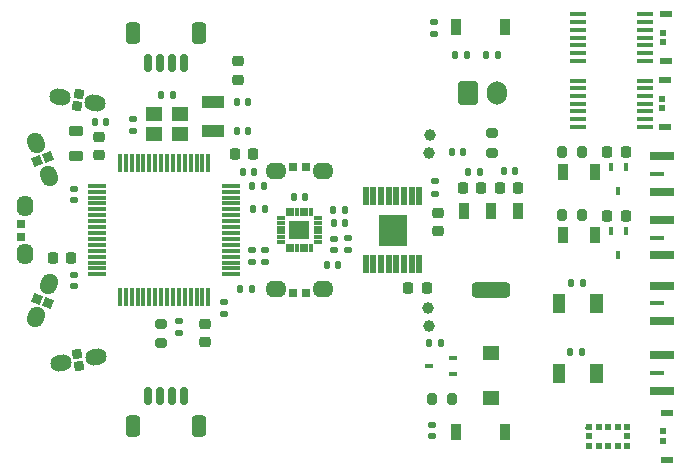
<source format=gbr>
%TF.GenerationSoftware,KiCad,Pcbnew,6.0.11-2627ca5db0~126~ubuntu22.04.1*%
%TF.CreationDate,2023-03-12T15:28:39+05:30*%
%TF.ProjectId,mushak_pcb,6d757368-616b-45f7-9063-622e6b696361,rev?*%
%TF.SameCoordinates,Original*%
%TF.FileFunction,Soldermask,Top*%
%TF.FilePolarity,Negative*%
%FSLAX46Y46*%
G04 Gerber Fmt 4.6, Leading zero omitted, Abs format (unit mm)*
G04 Created by KiCad (PCBNEW 6.0.11-2627ca5db0~126~ubuntu22.04.1) date 2023-03-12 15:28:39*
%MOMM*%
%LPD*%
G01*
G04 APERTURE LIST*
G04 Aperture macros list*
%AMRoundRect*
0 Rectangle with rounded corners*
0 $1 Rounding radius*
0 $2 $3 $4 $5 $6 $7 $8 $9 X,Y pos of 4 corners*
0 Add a 4 corners polygon primitive as box body*
4,1,4,$2,$3,$4,$5,$6,$7,$8,$9,$2,$3,0*
0 Add four circle primitives for the rounded corners*
1,1,$1+$1,$2,$3*
1,1,$1+$1,$4,$5*
1,1,$1+$1,$6,$7*
1,1,$1+$1,$8,$9*
0 Add four rect primitives between the rounded corners*
20,1,$1+$1,$2,$3,$4,$5,0*
20,1,$1+$1,$4,$5,$6,$7,0*
20,1,$1+$1,$6,$7,$8,$9,0*
20,1,$1+$1,$8,$9,$2,$3,0*%
%AMHorizOval*
0 Thick line with rounded ends*
0 $1 width*
0 $2 $3 position (X,Y) of the first rounded end (center of the circle)*
0 $4 $5 position (X,Y) of the second rounded end (center of the circle)*
0 Add line between two ends*
20,1,$1,$2,$3,$4,$5,0*
0 Add two circle primitives to create the rounded ends*
1,1,$1,$2,$3*
1,1,$1,$4,$5*%
%AMRotRect*
0 Rectangle, with rotation*
0 The origin of the aperture is its center*
0 $1 length*
0 $2 width*
0 $3 Rotation angle, in degrees counterclockwise*
0 Add horizontal line*
21,1,$1,$2,0,0,$3*%
G04 Aperture macros list end*
%ADD10C,0.010000*%
%ADD11RoundRect,0.135000X0.135000X0.185000X-0.135000X0.185000X-0.135000X-0.185000X0.135000X-0.185000X0*%
%ADD12R,1.000000X0.500000*%
%ADD13R,0.600000X0.500000*%
%ADD14RoundRect,0.225000X-0.225000X-0.250000X0.225000X-0.250000X0.225000X0.250000X-0.225000X0.250000X0*%
%ADD15RoundRect,0.140000X0.140000X0.170000X-0.140000X0.170000X-0.140000X-0.170000X0.140000X-0.170000X0*%
%ADD16RoundRect,0.225000X-0.250000X0.225000X-0.250000X-0.225000X0.250000X-0.225000X0.250000X0.225000X0*%
%ADD17O,1.800000X1.400000*%
%ADD18R,0.800000X0.700000*%
%ADD19R,2.000000X0.800000*%
%ADD20R,1.200000X0.400000*%
%ADD21R,1.900000X1.100000*%
%ADD22HorizOval,1.400000X-0.196962X0.034730X0.196962X-0.034730X0*%
%ADD23RotRect,0.800000X0.800000X260.000000*%
%ADD24RoundRect,0.200000X-0.200000X-0.275000X0.200000X-0.275000X0.200000X0.275000X-0.200000X0.275000X0*%
%ADD25RoundRect,0.135000X-0.185000X0.135000X-0.185000X-0.135000X0.185000X-0.135000X0.185000X0.135000X0*%
%ADD26R,0.950000X1.400000*%
%ADD27RoundRect,0.140000X-0.170000X0.140000X-0.170000X-0.140000X0.170000X-0.140000X0.170000X0.140000X0*%
%ADD28R,0.700000X0.450000*%
%ADD29RoundRect,0.140000X0.170000X-0.140000X0.170000X0.140000X-0.170000X0.140000X-0.170000X-0.140000X0*%
%ADD30R,0.450000X0.700000*%
%ADD31RoundRect,0.135000X-0.135000X-0.185000X0.135000X-0.185000X0.135000X0.185000X-0.135000X0.185000X0*%
%ADD32RoundRect,0.147500X0.172500X-0.147500X0.172500X0.147500X-0.172500X0.147500X-0.172500X-0.147500X0*%
%ADD33RoundRect,0.140000X-0.140000X-0.170000X0.140000X-0.170000X0.140000X0.170000X-0.140000X0.170000X0*%
%ADD34RoundRect,0.150000X-0.150000X-0.625000X0.150000X-0.625000X0.150000X0.625000X-0.150000X0.625000X0*%
%ADD35RoundRect,0.250000X-0.350000X-0.650000X0.350000X-0.650000X0.350000X0.650000X-0.350000X0.650000X0*%
%ADD36R,1.470000X0.410000*%
%ADD37RoundRect,0.075000X-0.075000X0.700000X-0.075000X-0.700000X0.075000X-0.700000X0.075000X0.700000X0*%
%ADD38RoundRect,0.075000X-0.700000X0.075000X-0.700000X-0.075000X0.700000X-0.075000X0.700000X0.075000X0*%
%ADD39R,0.900000X1.400000*%
%ADD40R,0.500000X0.500000*%
%ADD41R,0.080000X0.250000*%
%ADD42RoundRect,0.006600X0.103400X-0.313400X0.103400X0.313400X-0.103400X0.313400X-0.103400X-0.313400X0*%
%ADD43RoundRect,0.006600X0.313400X0.103400X-0.313400X0.103400X-0.313400X-0.103400X0.313400X-0.103400X0*%
%ADD44R,1.700000X1.540000*%
%ADD45RoundRect,0.200000X-0.275000X0.200000X-0.275000X-0.200000X0.275000X-0.200000X0.275000X0.200000X0*%
%ADD46RoundRect,0.225000X0.225000X0.250000X-0.225000X0.250000X-0.225000X-0.250000X0.225000X-0.250000X0*%
%ADD47RoundRect,0.065100X-0.399900X0.589900X-0.399900X-0.589900X0.399900X-0.589900X0.399900X0.589900X0*%
%ADD48RoundRect,0.314400X-1.305600X0.340600X-1.305600X-0.340600X1.305600X-0.340600X1.305600X0.340600X0*%
%ADD49RoundRect,0.135000X0.185000X-0.135000X0.185000X0.135000X-0.185000X0.135000X-0.185000X-0.135000X0*%
%ADD50RoundRect,0.250000X-0.600000X-0.750000X0.600000X-0.750000X0.600000X0.750000X-0.600000X0.750000X0*%
%ADD51O,1.700000X2.000000*%
%ADD52R,1.410000X1.260000*%
%ADD53O,1.400000X1.800000*%
%ADD54R,0.700000X0.800000*%
%ADD55RoundRect,0.218750X0.381250X-0.218750X0.381250X0.218750X-0.381250X0.218750X-0.381250X-0.218750X0*%
%ADD56RoundRect,0.147500X0.147500X0.172500X-0.147500X0.172500X-0.147500X-0.172500X0.147500X-0.172500X0*%
%ADD57RoundRect,0.200000X0.275000X-0.200000X0.275000X0.200000X-0.275000X0.200000X-0.275000X-0.200000X0*%
%ADD58R,1.400000X1.200000*%
%ADD59C,1.000000*%
%ADD60RoundRect,0.027000X-0.198000X0.723000X-0.198000X-0.723000X0.198000X-0.723000X0.198000X0.723000X0*%
%ADD61HorizOval,1.400000X-0.073300X0.186084X0.073300X-0.186084X0*%
%ADD62RotRect,0.800000X0.800000X201.500000*%
%ADD63RoundRect,0.150000X0.150000X0.625000X-0.150000X0.625000X-0.150000X-0.625000X0.150000X-0.625000X0*%
%ADD64RoundRect,0.250000X0.350000X0.650000X-0.350000X0.650000X-0.350000X-0.650000X0.350000X-0.650000X0*%
%ADD65HorizOval,1.400000X-0.196962X-0.034730X0.196962X0.034730X0*%
%ADD66RotRect,0.800000X0.800000X280.000000*%
%ADD67HorizOval,1.400000X-0.073300X-0.186084X0.073300X0.186084X0*%
%ADD68RotRect,0.800000X0.800000X338.500000*%
G04 APERTURE END LIST*
%TO.C,A4*%
G36*
X199650000Y-109850000D02*
G01*
X198650000Y-109850000D01*
X198650000Y-108350000D01*
X199650000Y-108350000D01*
X199650000Y-109850000D01*
G37*
D10*
X199650000Y-109850000D02*
X198650000Y-109850000D01*
X198650000Y-108350000D01*
X199650000Y-108350000D01*
X199650000Y-109850000D01*
G36*
X196450000Y-109850000D02*
G01*
X195450000Y-109850000D01*
X195450000Y-108350000D01*
X196450000Y-108350000D01*
X196450000Y-109850000D01*
G37*
X196450000Y-109850000D02*
X195450000Y-109850000D01*
X195450000Y-108350000D01*
X196450000Y-108350000D01*
X196450000Y-109850000D01*
%TO.C,A3*%
G36*
X196450000Y-103950000D02*
G01*
X195450000Y-103950000D01*
X195450000Y-102450000D01*
X196450000Y-102450000D01*
X196450000Y-103950000D01*
G37*
X196450000Y-103950000D02*
X195450000Y-103950000D01*
X195450000Y-102450000D01*
X196450000Y-102450000D01*
X196450000Y-103950000D01*
G36*
X199650000Y-103950000D02*
G01*
X198650000Y-103950000D01*
X198650000Y-102450000D01*
X199650000Y-102450000D01*
X199650000Y-103950000D01*
G37*
X199650000Y-103950000D02*
X198650000Y-103950000D01*
X198650000Y-102450000D01*
X199650000Y-102450000D01*
X199650000Y-103950000D01*
%TO.C,U3*%
G36*
X183055000Y-98230000D02*
G01*
X180745000Y-98230000D01*
X180745000Y-95770000D01*
X183055000Y-95770000D01*
X183055000Y-98230000D01*
G37*
X183055000Y-98230000D02*
X180745000Y-98230000D01*
X180745000Y-95770000D01*
X183055000Y-95770000D01*
X183055000Y-98230000D01*
%TD*%
D11*
%TO.C,R26*%
X171110000Y-95250000D03*
X170090000Y-95250000D03*
%TD*%
D12*
%TO.C,J4*%
X205000000Y-88300000D03*
D13*
X204700000Y-86700000D03*
X204700000Y-85900000D03*
D12*
X205000000Y-84300000D03*
%TD*%
D14*
%TO.C,C6*%
X200075000Y-95800000D03*
X201625000Y-95800000D03*
%TD*%
D15*
%TO.C,C11*%
X163280000Y-85600000D03*
X162320000Y-85600000D03*
%TD*%
D16*
%TO.C,C2*%
X166000000Y-104925000D03*
X166000000Y-106475000D03*
%TD*%
D17*
%TO.C,J11*%
X176000000Y-92000000D03*
D18*
X174550000Y-91650000D03*
X173450000Y-91650000D03*
D17*
X172000000Y-92000000D03*
%TD*%
D19*
%TO.C,J8*%
X204700000Y-104700000D03*
D20*
X204300000Y-103200000D03*
D19*
X204700000Y-101700000D03*
%TD*%
D21*
%TO.C,Y2*%
X166700000Y-88650000D03*
X166700000Y-86150000D03*
%TD*%
D22*
%TO.C,J16*%
X153772788Y-85739528D03*
D23*
X155163176Y-86492404D03*
X155336824Y-85507596D03*
D22*
X156727212Y-86260472D03*
%TD*%
D24*
%TO.C,R12*%
X196275000Y-95750000D03*
X197925000Y-95750000D03*
%TD*%
D25*
%TO.C,R20*%
X178100000Y-97690000D03*
X178100000Y-98710000D03*
%TD*%
D26*
%TO.C,SW2*%
X187225000Y-114100000D03*
X191375000Y-114100000D03*
%TD*%
D19*
%TO.C,J7*%
X204700000Y-99150000D03*
D20*
X204300000Y-97650000D03*
D19*
X204700000Y-96150000D03*
%TD*%
D27*
%TO.C,C9*%
X154900000Y-100820000D03*
X154900000Y-101780000D03*
%TD*%
D14*
%TO.C,C8*%
X187825000Y-93450000D03*
X189375000Y-93450000D03*
%TD*%
D17*
%TO.C,J13*%
X172000000Y-102000000D03*
D18*
X173450000Y-102350000D03*
X174550000Y-102350000D03*
D17*
X176000000Y-102000000D03*
%TD*%
D28*
%TO.C,Q1*%
X187000000Y-109150000D03*
X187000000Y-107850000D03*
X185000000Y-108500000D03*
%TD*%
D29*
%TO.C,C15*%
X159900000Y-88580000D03*
X159900000Y-87620000D03*
%TD*%
D16*
%TO.C,C19*%
X157000000Y-89125000D03*
X157000000Y-90675000D03*
%TD*%
D30*
%TO.C,Q3*%
X201650000Y-97100000D03*
X200350000Y-97100000D03*
X201000000Y-99100000D03*
%TD*%
D31*
%TO.C,R3*%
X189790000Y-82200000D03*
X190810000Y-82200000D03*
%TD*%
D11*
%TO.C,R2*%
X188210000Y-82200000D03*
X187190000Y-82200000D03*
%TD*%
D27*
%TO.C,C10*%
X167600000Y-103120000D03*
X167600000Y-104080000D03*
%TD*%
D32*
%TO.C,D6*%
X163800000Y-105685000D03*
X163800000Y-104715000D03*
%TD*%
D15*
%TO.C,C32*%
X177880000Y-96400000D03*
X176920000Y-96400000D03*
%TD*%
D19*
%TO.C,J6*%
X204700000Y-93750000D03*
D20*
X204300000Y-92250000D03*
D19*
X204700000Y-90750000D03*
%TD*%
D33*
%TO.C,C16*%
X169220000Y-92100000D03*
X170180000Y-92100000D03*
%TD*%
D34*
%TO.C,J3*%
X161200000Y-82825000D03*
X162200000Y-82825000D03*
X163200000Y-82825000D03*
X164200000Y-82825000D03*
D35*
X165500000Y-80300000D03*
X159900000Y-80300000D03*
%TD*%
D25*
%TO.C,R17*%
X170000000Y-98690000D03*
X170000000Y-99710000D03*
%TD*%
D30*
%TO.C,Q2*%
X201650000Y-91700000D03*
X200350000Y-91700000D03*
X201000000Y-93700000D03*
%TD*%
D24*
%TO.C,R7*%
X196275000Y-90400000D03*
X197925000Y-90400000D03*
%TD*%
D36*
%TO.C,U7*%
X203295000Y-82650000D03*
X203295000Y-82000000D03*
X203295000Y-81350000D03*
X203295000Y-80700000D03*
X203295000Y-80050000D03*
X203295000Y-79400000D03*
X203295000Y-78750000D03*
X197555000Y-78750000D03*
X197555000Y-79400000D03*
X197555000Y-80050000D03*
X197555000Y-80700000D03*
X197555000Y-81350000D03*
X197555000Y-82000000D03*
X197555000Y-82650000D03*
%TD*%
D29*
%TO.C,C3*%
X185400000Y-80380000D03*
X185400000Y-79420000D03*
%TD*%
D37*
%TO.C,U6*%
X166300000Y-91325000D03*
X165800000Y-91325000D03*
X165300000Y-91325000D03*
X164800000Y-91325000D03*
X164300000Y-91325000D03*
X163800000Y-91325000D03*
X163300000Y-91325000D03*
X162800000Y-91325000D03*
X162300000Y-91325000D03*
X161800000Y-91325000D03*
X161300000Y-91325000D03*
X160800000Y-91325000D03*
X160300000Y-91325000D03*
X159800000Y-91325000D03*
X159300000Y-91325000D03*
X158800000Y-91325000D03*
D38*
X156875000Y-93250000D03*
X156875000Y-93750000D03*
X156875000Y-94250000D03*
X156875000Y-94750000D03*
X156875000Y-95250000D03*
X156875000Y-95750000D03*
X156875000Y-96250000D03*
X156875000Y-96750000D03*
X156875000Y-97250000D03*
X156875000Y-97750000D03*
X156875000Y-98250000D03*
X156875000Y-98750000D03*
X156875000Y-99250000D03*
X156875000Y-99750000D03*
X156875000Y-100250000D03*
X156875000Y-100750000D03*
D37*
X158800000Y-102675000D03*
X159300000Y-102675000D03*
X159800000Y-102675000D03*
X160300000Y-102675000D03*
X160800000Y-102675000D03*
X161300000Y-102675000D03*
X161800000Y-102675000D03*
X162300000Y-102675000D03*
X162800000Y-102675000D03*
X163300000Y-102675000D03*
X163800000Y-102675000D03*
X164300000Y-102675000D03*
X164800000Y-102675000D03*
X165300000Y-102675000D03*
X165800000Y-102675000D03*
X166300000Y-102675000D03*
D38*
X168225000Y-100750000D03*
X168225000Y-100250000D03*
X168225000Y-99750000D03*
X168225000Y-99250000D03*
X168225000Y-98750000D03*
X168225000Y-98250000D03*
X168225000Y-97750000D03*
X168225000Y-97250000D03*
X168225000Y-96750000D03*
X168225000Y-96250000D03*
X168225000Y-95750000D03*
X168225000Y-95250000D03*
X168225000Y-94750000D03*
X168225000Y-94250000D03*
X168225000Y-93750000D03*
X168225000Y-93250000D03*
%TD*%
D39*
%TO.C,D2*%
X196300000Y-92100000D03*
X199000000Y-92100000D03*
%TD*%
D33*
%TO.C,C21*%
X168700000Y-86150000D03*
X169660000Y-86150000D03*
%TD*%
%TO.C,C14*%
X170020000Y-93300000D03*
X170980000Y-93300000D03*
%TD*%
D36*
%TO.C,U2*%
X203295000Y-88250000D03*
X203295000Y-87600000D03*
X203295000Y-86950000D03*
X203295000Y-86300000D03*
X203295000Y-85650000D03*
X203295000Y-85000000D03*
X203295000Y-84350000D03*
X197555000Y-84350000D03*
X197555000Y-85000000D03*
X197555000Y-85650000D03*
X197555000Y-86300000D03*
X197555000Y-86950000D03*
X197555000Y-87600000D03*
X197555000Y-88250000D03*
%TD*%
D40*
%TO.C,U4*%
X198550000Y-113650000D03*
D41*
X198260000Y-113775000D03*
D40*
X199350000Y-113650000D03*
X200150000Y-113650000D03*
X200950000Y-113650000D03*
X201750000Y-113650000D03*
X201750000Y-114450000D03*
X201750000Y-115250000D03*
X200950000Y-115250000D03*
X200150000Y-115250000D03*
X199350000Y-115250000D03*
X198550000Y-115250000D03*
X198550000Y-114450000D03*
%TD*%
D15*
%TO.C,C33*%
X174480000Y-94200000D03*
X173520000Y-94200000D03*
%TD*%
D42*
%TO.C,U5*%
X173000000Y-98545000D03*
X173400000Y-98545000D03*
X173800000Y-98545000D03*
X174200000Y-98545000D03*
X174600000Y-98545000D03*
X175000000Y-98545000D03*
D43*
X175545000Y-98000000D03*
X175545000Y-97600000D03*
X175545000Y-97200000D03*
X175545000Y-96800000D03*
X175545000Y-96400000D03*
X175545000Y-96000000D03*
D42*
X175000000Y-95455000D03*
X174600000Y-95455000D03*
X174200000Y-95455000D03*
X173800000Y-95455000D03*
X173400000Y-95455000D03*
X173000000Y-95455000D03*
D43*
X172455000Y-96000000D03*
X172455000Y-96400000D03*
X172455000Y-96800000D03*
X172455000Y-97200000D03*
X172455000Y-97600000D03*
X172455000Y-98000000D03*
D44*
X174000000Y-97000000D03*
%TD*%
D45*
%TO.C,R21*%
X162300000Y-104925000D03*
X162300000Y-106575000D03*
%TD*%
D16*
%TO.C,C12*%
X168800000Y-82725000D03*
X168800000Y-84275000D03*
%TD*%
%TO.C,C27*%
X185700000Y-95525000D03*
X185700000Y-97075000D03*
%TD*%
D33*
%TO.C,C5*%
X188320000Y-92100000D03*
X189280000Y-92100000D03*
%TD*%
D39*
%TO.C,D3*%
X196300000Y-97450000D03*
X199000000Y-97450000D03*
%TD*%
D29*
%TO.C,C4*%
X185200000Y-114480000D03*
X185200000Y-113520000D03*
%TD*%
D46*
%TO.C,C28*%
X184775000Y-101900000D03*
X183225000Y-101900000D03*
%TD*%
D15*
%TO.C,C17*%
X157655000Y-87875000D03*
X156695000Y-87875000D03*
%TD*%
D29*
%TO.C,C7*%
X154900000Y-94480000D03*
X154900000Y-93520000D03*
%TD*%
D31*
%TO.C,R13*%
X196990000Y-101500000D03*
X198010000Y-101500000D03*
%TD*%
D14*
%TO.C,C13*%
X190975000Y-93450000D03*
X192525000Y-93450000D03*
%TD*%
D31*
%TO.C,R22*%
X196940000Y-107350000D03*
X197960000Y-107350000D03*
%TD*%
D14*
%TO.C,C18*%
X168525000Y-90600000D03*
X170075000Y-90600000D03*
%TD*%
D33*
%TO.C,C20*%
X168710000Y-88640000D03*
X169670000Y-88640000D03*
%TD*%
D47*
%TO.C,U1*%
X192540000Y-95367500D03*
X190250000Y-95367500D03*
X187960000Y-95367500D03*
D48*
X190250000Y-102057500D03*
%TD*%
D49*
%TO.C,R25*%
X185500000Y-93910000D03*
X185500000Y-92890000D03*
%TD*%
D50*
%TO.C,J2*%
X188250000Y-85400000D03*
D51*
X190750000Y-85400000D03*
%TD*%
D46*
%TO.C,C1*%
X154675000Y-99400000D03*
X153125000Y-99400000D03*
%TD*%
D52*
%TO.C,BZ1*%
X190200000Y-111225000D03*
X190200000Y-107375000D03*
%TD*%
D12*
%TO.C,J17*%
X205100000Y-116450000D03*
D13*
X204800000Y-114850000D03*
X204800000Y-114050000D03*
D12*
X205100000Y-112450000D03*
%TD*%
D53*
%TO.C,J15*%
X150750000Y-95000000D03*
D54*
X150400000Y-96450000D03*
X150400000Y-97550000D03*
D53*
X150750000Y-99000000D03*
%TD*%
D55*
%TO.C,FB1*%
X155100000Y-90762500D03*
X155100000Y-88637500D03*
%TD*%
D56*
%TO.C,D1*%
X187885000Y-90400000D03*
X186915000Y-90400000D03*
%TD*%
D57*
%TO.C,R4*%
X190300000Y-90475000D03*
X190300000Y-88825000D03*
%TD*%
D14*
%TO.C,C34*%
X200075000Y-90400000D03*
X201625000Y-90400000D03*
%TD*%
D58*
%TO.C,Y1*%
X163900000Y-87150000D03*
X161700000Y-87150000D03*
X161700000Y-88850000D03*
X163900000Y-88850000D03*
%TD*%
D26*
%TO.C,SW1*%
X187225000Y-79800000D03*
X191375000Y-79800000D03*
%TD*%
D12*
%TO.C,J5*%
X205070000Y-82700000D03*
D13*
X204770000Y-81100000D03*
X204770000Y-80300000D03*
D12*
X205070000Y-78700000D03*
%TD*%
D59*
%TO.C,M1*%
X184925000Y-103575000D03*
X184975000Y-105125000D03*
%TD*%
D31*
%TO.C,R18*%
X176890000Y-95300000D03*
X177910000Y-95300000D03*
%TD*%
D33*
%TO.C,C24*%
X191320000Y-92000000D03*
X192280000Y-92000000D03*
%TD*%
D60*
%TO.C,U3*%
X184175000Y-94100000D03*
X183525000Y-94100000D03*
X182875000Y-94100000D03*
X182225000Y-94100000D03*
X181575000Y-94100000D03*
X180925000Y-94100000D03*
X180275000Y-94100000D03*
X179625000Y-94100000D03*
X179625000Y-99900000D03*
X180275000Y-99900000D03*
X180925000Y-99900000D03*
X181575000Y-99900000D03*
X182225000Y-99900000D03*
X182875000Y-99900000D03*
X183525000Y-99900000D03*
X184175000Y-99900000D03*
%TD*%
D24*
%TO.C,R1*%
X185275000Y-111300000D03*
X186925000Y-111300000D03*
%TD*%
D61*
%TO.C,J14*%
X151700248Y-89604374D03*
D62*
X151784791Y-91183251D03*
X152715209Y-90816749D03*
D61*
X152799752Y-92395626D03*
%TD*%
D63*
%TO.C,J1*%
X164200000Y-111075000D03*
X163200000Y-111075000D03*
X162200000Y-111075000D03*
X161200000Y-111075000D03*
D64*
X165500000Y-113600000D03*
X159900000Y-113600000D03*
%TD*%
D15*
%TO.C,C26*%
X177280000Y-100000000D03*
X176320000Y-100000000D03*
%TD*%
D27*
%TO.C,C31*%
X176900000Y-97720000D03*
X176900000Y-98680000D03*
%TD*%
D65*
%TO.C,J10*%
X153822788Y-108260472D03*
D66*
X155386824Y-108492404D03*
X155213176Y-107507596D03*
D65*
X156777212Y-107739528D03*
%TD*%
D31*
%TO.C,R19*%
X168990000Y-102000000D03*
X170010000Y-102000000D03*
%TD*%
D25*
%TO.C,R16*%
X171100000Y-98690000D03*
X171100000Y-99710000D03*
%TD*%
D11*
%TO.C,R31*%
X186010000Y-106550000D03*
X184990000Y-106550000D03*
%TD*%
D19*
%TO.C,J9*%
X204700000Y-110600000D03*
D20*
X204300000Y-109100000D03*
D19*
X204700000Y-107600000D03*
%TD*%
D67*
%TO.C,J12*%
X151700248Y-104395626D03*
D68*
X152715209Y-103183251D03*
X151784791Y-102816749D03*
D67*
X152799752Y-101604374D03*
%TD*%
D59*
%TO.C,M2*%
X184975000Y-90475000D03*
X185025000Y-88925000D03*
%TD*%
M02*

</source>
